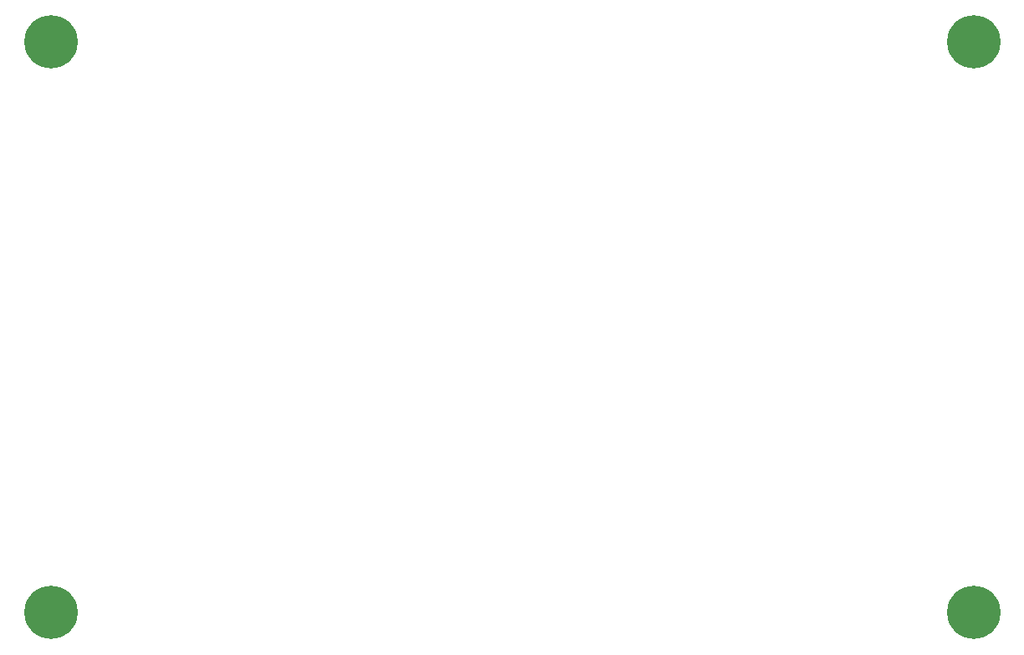
<source format=gts>
G04 #@! TF.GenerationSoftware,KiCad,Pcbnew,(5.1.5)-3*
G04 #@! TF.CreationDate,2020-03-03T21:34:11+01:00*
G04 #@! TF.ProjectId,8bitWave Backplate,38626974-5761-4766-9520-4261636b706c,rev?*
G04 #@! TF.SameCoordinates,Original*
G04 #@! TF.FileFunction,Soldermask,Top*
G04 #@! TF.FilePolarity,Negative*
%FSLAX46Y46*%
G04 Gerber Fmt 4.6, Leading zero omitted, Abs format (unit mm)*
G04 Created by KiCad (PCBNEW (5.1.5)-3) date 2020-03-03 21:34:11*
%MOMM*%
%LPD*%
G04 APERTURE LIST*
%ADD10C,5.400000*%
G04 APERTURE END LIST*
D10*
X73660000Y-139065000D03*
X167005000Y-139065000D03*
X167005000Y-81280000D03*
X73660000Y-81280000D03*
M02*

</source>
